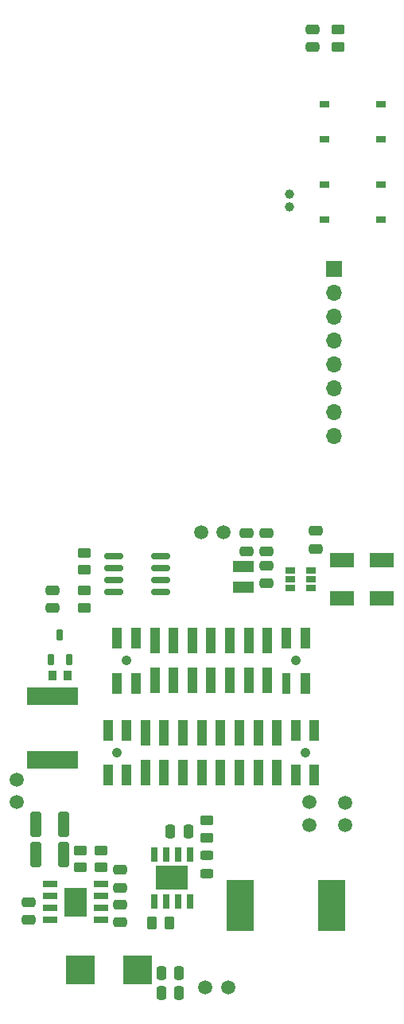
<source format=gbs>
G04 #@! TF.GenerationSoftware,KiCad,Pcbnew,8.0.1*
G04 #@! TF.CreationDate,2024-04-14T23:13:04-04:00*
G04 #@! TF.ProjectId,Bird3Controller,42697264-3343-46f6-9e74-726f6c6c6572,rev?*
G04 #@! TF.SameCoordinates,Original*
G04 #@! TF.FileFunction,Soldermask,Bot*
G04 #@! TF.FilePolarity,Negative*
%FSLAX46Y46*%
G04 Gerber Fmt 4.6, Leading zero omitted, Abs format (unit mm)*
G04 Created by KiCad (PCBNEW 8.0.1) date 2024-04-14 23:13:04*
%MOMM*%
%LPD*%
G01*
G04 APERTURE LIST*
G04 Aperture macros list*
%AMRoundRect*
0 Rectangle with rounded corners*
0 $1 Rounding radius*
0 $2 $3 $4 $5 $6 $7 $8 $9 X,Y pos of 4 corners*
0 Add a 4 corners polygon primitive as box body*
4,1,4,$2,$3,$4,$5,$6,$7,$8,$9,$2,$3,0*
0 Add four circle primitives for the rounded corners*
1,1,$1+$1,$2,$3*
1,1,$1+$1,$4,$5*
1,1,$1+$1,$6,$7*
1,1,$1+$1,$8,$9*
0 Add four rect primitives between the rounded corners*
20,1,$1+$1,$2,$3,$4,$5,0*
20,1,$1+$1,$4,$5,$6,$7,0*
20,1,$1+$1,$6,$7,$8,$9,0*
20,1,$1+$1,$8,$9,$2,$3,0*%
G04 Aperture macros list end*
%ADD10R,1.000000X0.700000*%
%ADD11R,1.525000X0.650000*%
%ADD12R,2.400000X3.100000*%
%ADD13R,0.802000X1.505000*%
%ADD14R,3.502000X2.613000*%
%ADD15R,1.700000X1.700000*%
%ADD16O,1.700000X1.700000*%
%ADD17R,5.450000X1.920000*%
%ADD18RoundRect,0.243750X-0.456250X0.243750X-0.456250X-0.243750X0.456250X-0.243750X0.456250X0.243750X0*%
%ADD19RoundRect,0.250000X0.450000X-0.262500X0.450000X0.262500X-0.450000X0.262500X-0.450000X-0.262500X0*%
%ADD20RoundRect,0.250000X0.325000X1.100000X-0.325000X1.100000X-0.325000X-1.100000X0.325000X-1.100000X0*%
%ADD21C,1.500000*%
%ADD22RoundRect,0.250000X-0.450000X0.262500X-0.450000X-0.262500X0.450000X-0.262500X0.450000X0.262500X0*%
%ADD23C,1.050000*%
%ADD24R,1.000000X2.205000*%
%ADD25R,1.000000X2.750000*%
%ADD26R,0.950000X2.205000*%
%ADD27RoundRect,0.250000X0.475000X-0.250000X0.475000X0.250000X-0.475000X0.250000X-0.475000X-0.250000X0*%
%ADD28R,2.900000X5.400000*%
%ADD29RoundRect,0.250000X-0.475000X0.250000X-0.475000X-0.250000X0.475000X-0.250000X0.475000X0.250000X0*%
%ADD30RoundRect,0.250000X-0.250000X-0.475000X0.250000X-0.475000X0.250000X0.475000X-0.250000X0.475000X0*%
%ADD31R,2.600000X1.650000*%
%ADD32RoundRect,0.250000X0.250000X0.475000X-0.250000X0.475000X-0.250000X-0.475000X0.250000X-0.475000X0*%
%ADD33R,2.200000X1.200000*%
%ADD34R,3.050000X3.100000*%
%ADD35RoundRect,0.250000X0.262500X0.450000X-0.262500X0.450000X-0.262500X-0.450000X0.262500X-0.450000X0*%
%ADD36RoundRect,0.150000X0.825000X0.150000X-0.825000X0.150000X-0.825000X-0.150000X0.825000X-0.150000X0*%
%ADD37C,1.041400*%
%ADD38R,0.990600X2.200800*%
%ADD39R,0.997648X2.250000*%
%ADD40R,0.995300X2.201600*%
%ADD41R,1.000000X2.251598*%
%ADD42R,0.990600X2.743200*%
%ADD43R,0.995300X2.251600*%
%ADD44R,0.995302X2.201600*%
%ADD45R,0.995302X2.251600*%
%ADD46RoundRect,0.162500X0.162500X-0.447500X0.162500X0.447500X-0.162500X0.447500X-0.162500X-0.447500X0*%
%ADD47C,1.000000*%
%ADD48R,0.940000X1.010000*%
G04 APERTURE END LIST*
D10*
X193049000Y-102350000D03*
X193049000Y-103300000D03*
X193049000Y-104250000D03*
X190851000Y-104250000D03*
X190851000Y-103300000D03*
X190851000Y-102350000D03*
D11*
X165288000Y-139555000D03*
X165288000Y-138285000D03*
X165288000Y-137015000D03*
X165288000Y-135745000D03*
X170712000Y-135745000D03*
X170712000Y-137015000D03*
X170712000Y-138285000D03*
X170712000Y-139555000D03*
D12*
X168000000Y-137650000D03*
D13*
X176395000Y-132552500D03*
X177665000Y-132552500D03*
X178935000Y-132552500D03*
X180205000Y-132552500D03*
X180205000Y-137547500D03*
X178935000Y-137547500D03*
X177665000Y-137547500D03*
X176395000Y-137547500D03*
D14*
X178300000Y-135050000D03*
D15*
X195500000Y-70250000D03*
D16*
X195500000Y-72790000D03*
X195500000Y-75330000D03*
X195500000Y-77870000D03*
X195500000Y-80410000D03*
X195500000Y-82950000D03*
X195500000Y-85490000D03*
X195500000Y-88030000D03*
D17*
X165550000Y-115715000D03*
X165550000Y-122485000D03*
D18*
X182000000Y-132712500D03*
X182000000Y-134587500D03*
D19*
X168550000Y-133962500D03*
X168550000Y-132137500D03*
D10*
X194500000Y-56450000D03*
X200500000Y-56450000D03*
X194500000Y-52750000D03*
X200500000Y-52750000D03*
D20*
X166775000Y-129350000D03*
X163825000Y-129350000D03*
D21*
X184250000Y-146700000D03*
X181850000Y-146700000D03*
D22*
X168950000Y-104492500D03*
X168950000Y-106317500D03*
D19*
X182000000Y-130812500D03*
X182000000Y-128987500D03*
D23*
X173450000Y-111950000D03*
X191450000Y-111950000D03*
D24*
X172450000Y-109547500D03*
X172450000Y-114352500D03*
X174450000Y-109547500D03*
X174450000Y-114352500D03*
D25*
X176450000Y-109820000D03*
X176450000Y-114080000D03*
X178450000Y-109820000D03*
X178450000Y-114080000D03*
X180450000Y-109820000D03*
X180450000Y-114080000D03*
X182450000Y-109820000D03*
X182450000Y-114080000D03*
X184450000Y-109820000D03*
X184450000Y-114080000D03*
X186450000Y-109820000D03*
X186450000Y-114080000D03*
X188450000Y-109820000D03*
X188450000Y-114080000D03*
D24*
X190450000Y-109547500D03*
D26*
X190425000Y-114352500D03*
D24*
X192450000Y-109547500D03*
X192450000Y-114352500D03*
D27*
X188350000Y-100300000D03*
X188350000Y-98400000D03*
D21*
X161750000Y-127000000D03*
X161750000Y-124600000D03*
X183800000Y-98300000D03*
X181400000Y-98300000D03*
X196700000Y-129450000D03*
X196700000Y-127050000D03*
X192885131Y-129427239D03*
X192885131Y-127027239D03*
D28*
X185550000Y-138000000D03*
X195250000Y-138000000D03*
D29*
X172750000Y-137900000D03*
X172750000Y-139800000D03*
X163050000Y-137650000D03*
X163050000Y-139550000D03*
D30*
X177150000Y-147300000D03*
X179050000Y-147300000D03*
D31*
X196350000Y-101250000D03*
X200650000Y-101250000D03*
D22*
X196000000Y-44787500D03*
X196000000Y-46612500D03*
X168950000Y-100492500D03*
X168950000Y-102317500D03*
D27*
X193550000Y-100050000D03*
X193550000Y-98150000D03*
D31*
X196350000Y-105300000D03*
X200650000Y-105300000D03*
D29*
X165550000Y-104450000D03*
X165550000Y-106350000D03*
D32*
X180000000Y-130150000D03*
X178100000Y-130150000D03*
D10*
X194500000Y-65000000D03*
X200500000Y-65000000D03*
X194500000Y-61300000D03*
X200500000Y-61300000D03*
D22*
X170700000Y-132137500D03*
X170700000Y-133962500D03*
D33*
X185850000Y-104150000D03*
X185850000Y-101950000D03*
D27*
X193250000Y-46650000D03*
X193250000Y-44750000D03*
D34*
X168500000Y-144850000D03*
X174600000Y-144850000D03*
D35*
X178012500Y-139900000D03*
X176187500Y-139900000D03*
D36*
X177050000Y-100795000D03*
X177050000Y-102065000D03*
X177050000Y-103335000D03*
X177050000Y-104605000D03*
X172100000Y-104605000D03*
X172100000Y-103335000D03*
X172100000Y-102065000D03*
X172100000Y-100795000D03*
D37*
X172450000Y-121770000D03*
X192450000Y-121770000D03*
D38*
X171449999Y-119369600D03*
D39*
X171451176Y-124145000D03*
D40*
X173452350Y-119369200D03*
D41*
X173450000Y-124145799D03*
D42*
X175449999Y-119639999D03*
X175449999Y-123900001D03*
X177450000Y-119639999D03*
X177450000Y-123900001D03*
X179449998Y-119639999D03*
X179449998Y-123900001D03*
X181449999Y-119639999D03*
X181449999Y-123900001D03*
X183450001Y-119639999D03*
X183450001Y-123900001D03*
X185449999Y-119639999D03*
X185449999Y-123900001D03*
X187450000Y-119639999D03*
X187450000Y-123900001D03*
X189449999Y-119639999D03*
X189449999Y-123900001D03*
D40*
X191452350Y-119369200D03*
D43*
X191452350Y-124145800D03*
D44*
X193452349Y-119369200D03*
D45*
X193452349Y-124145800D03*
D46*
X167300000Y-111810000D03*
X165400000Y-111810000D03*
X166350000Y-109190000D03*
D47*
X190800000Y-63700000D03*
X190799999Y-62300000D03*
D27*
X186250000Y-100300000D03*
X186250000Y-98400000D03*
X172750000Y-136123828D03*
X172750000Y-134223828D03*
D20*
X166775000Y-132600000D03*
X163825000Y-132600000D03*
D48*
X165560000Y-113500000D03*
X167140000Y-113500000D03*
D30*
X177150000Y-145200000D03*
X179050000Y-145200000D03*
D29*
X188350000Y-101850000D03*
X188350000Y-103750000D03*
M02*

</source>
